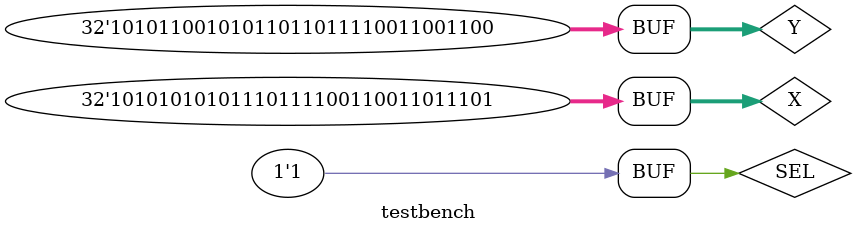
<source format=v>
module testbench;
    reg [0:31] X;
    reg [0:31] Y;
    reg SEL;
    wire [0:31] Z;

    mux2to1_32bit MUX2TO1_32BIT (.X(X), .Y(Y), .sel(SEL), .Z(Z));
    
    initial begin
        $monitor("x=%h y=%h sel=%b z=%h",X,Y,SEL,Z);

        #0 X = 32'hAABBCCDD; Y = 32'h00112233; SEL = 1'b0;
        #1 X = 32'h12312344; Y = 32'h67890ABC; SEL = 1'b1;
        #1 X = 32'hAABBCCDD; Y = 32'h00112233; SEL = 1'b0;
        #1 X = 32'hAABBCCDD; Y = 32'hACADBCCC; SEL = 1'b1;


    end
endmodule // testbench
</source>
